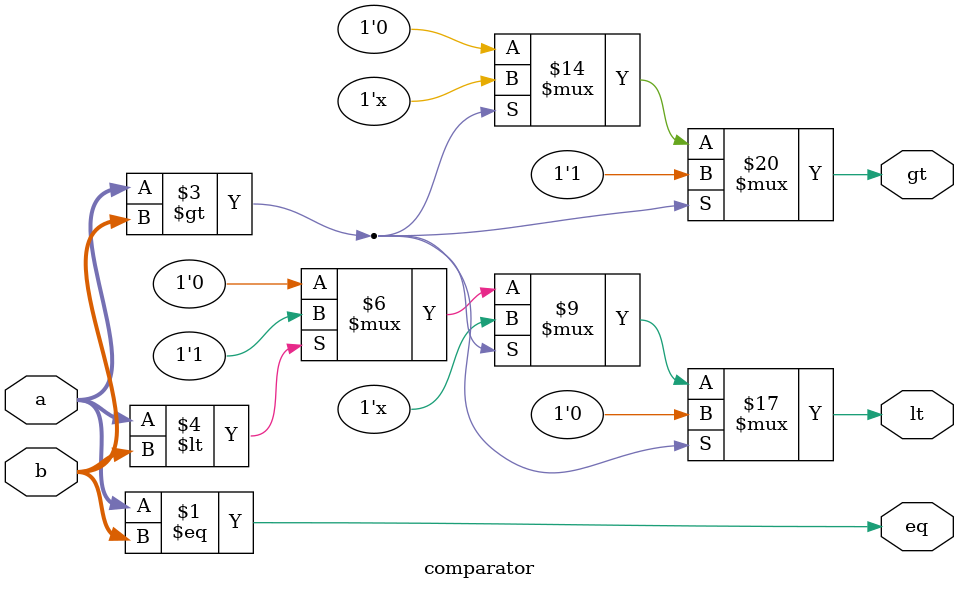
<source format=v>
module comparator (
    a,b,eq,lt,gt
);
    input [3:0] a;
    input [3:0] b;
    output reg lt,gt;
    output eq;

    assign eq = a == b;

    always @(*) begin
        if (a > b) begin
            gt = 1;
            lt = 0;
        end
        else if(a < b) begin
            gt = 0;
            lt = 1;
        end
        else begin
            gt = 0;
            lt = 0;
        end
    end
endmodule
</source>
